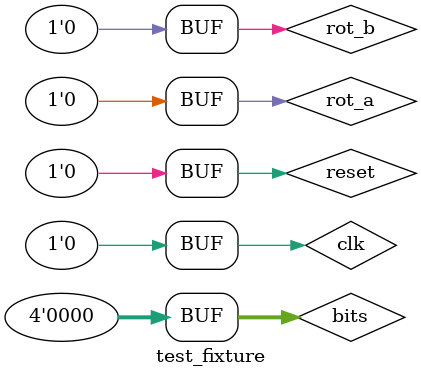
<source format=v>
`timescale 1ns / 1ps


module test_fixture;

	// Inputs
	reg [3:0] bits;
	reg clk;
	reg rot_a;
	reg rot_b;
	reg reset;

	// Outputs
	wire lcd_rs;
	wire lcd_w;
	wire lcd_e;
	wire [3:0] databits;

	// Instantiate the Unit Under Test (UUT)
	topcaller uut (
		.bits(bits), 
		.clk(clk), 
		.rot_a(rot_a), 
		.rot_b(rot_b), 
		.reset(reset), 
		.lcd_rs(lcd_rs), 
		.lcd_w(lcd_w), 
		.lcd_e(lcd_e), 
		.databits(databits)
	);

	initial begin
		// Initialize Inputs
		bits = 0;
		clk = 0;
		rot_a = 0;
		rot_b = 0;
		reset = 0;

		// Wait 100 ns for global reset to finish
		#100;
        
		// Add stimulus here

	end
      
endmodule


</source>
